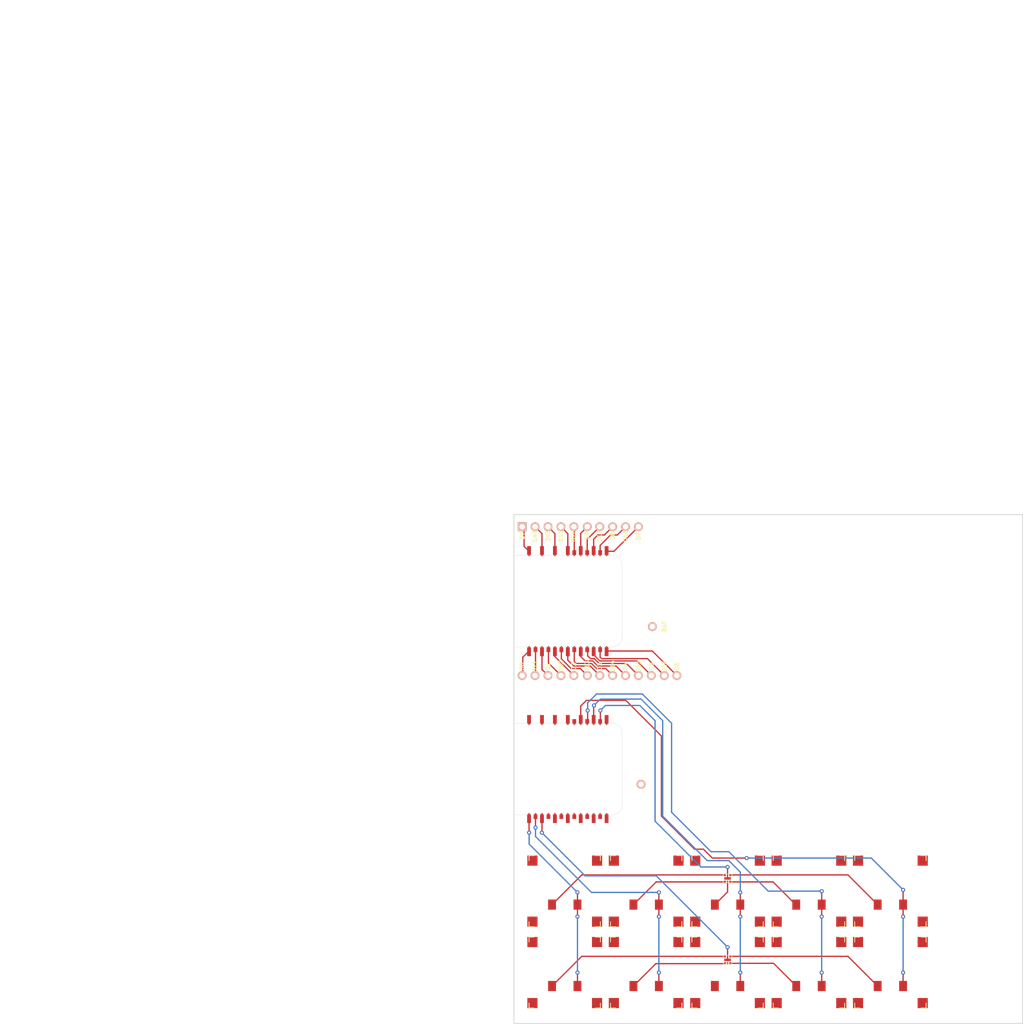
<source format=kicad_pcb>
(kicad_pcb (version 20241229) (generator "pcbnew") (generator_version "9.0")
  (title_block (title "utility_board") (rev "v1.0.0") (company "Unknown"))
  (layers (0 "F.Cu" signal) (2 "B.Cu" signal) (13 "F.Paste" user) (15 "B.Paste" user) (5 "F.SilkS" user) (7 "B.SilkS" user) (1 "F.Mask" user) (3 "B.Mask" user) (25 "Edge.Cuts" user))
  (net 0 "")
  (net 1 "P0.02")
  (net 2 "pinky_home")
  (net 3 "pinky_top")
  (net 4 "P0.15")
  (net 5 "ring_home")
  (net 6 "ring_top")
  (net 7 "P1.13")
  (net 8 "middle_home")
  (net 9 "middle_top")
  (net 10 "P1.05")
  (net 11 "index_home")
  (net 12 "index_top")
  (net 13 "P1.14")
  (net 14 "inner_home")
  (net 15 "inner_top")
  (net 16 "P0.03")
  (net 17 "P1.03")
  (net 18 "P0.28")
  (net 19 "P0.29")
  (net 20 "P0.04")
  (net 21 "P0.05")
  (net 22 "P1.11")
  (net 23 "P1.12")
  (net 24 "P1.15")
  (net 25 "3V3")
  (net 26 "GND")
  (net 27 "5V")
  (net 28 "P0.19")
  (net 29 "P1.01")
  (net 30 "P0.09")
  (net 31 "P0.10")
  (net 32 "P0.31")
  (net 33 "P1.07")
  (net 34 "BAT+")
  (net 35 "D0_a")
  (net 36 "D1_a")
  (net 37 "D2_a")
  (net 38 "D3_a")
  (net 39 "D4_a")
  (net 40 "D5_a")
  (net 41 "D6_a")
  (net 42 "D7_a")
  (net 43 "D8_a")
  (net 44 "D9_a")
  (net 45 "D10_a")
  (net 46 "3V3_a")
  (net 47 "GND_a")
  (net 48 "5V_a")
  (net 49 "D11_a")
  (net 50 "D12_a")
  (net 51 "D13_a")
  (net 52 "D14_a")
  (net 53 "D15_a")
  (net 54 "D16_a")
  (net 55 "D17_a")
  (net 56 "D18_a")
  (net 57 "D19_a")
  (net 58 "BAT_a")
  (footprint "PG1316S" (layer "F.Cu") (at 142 190)
    (property "Reference" "S5" (hide yes))
    (property "Value" "" (hide yes))
    (pad "1" smd rect (at -2.5 2.65) (size 1.55 2) (layers "F.Cu" "F.Mask" "F.Paste") (net 8 "middle_home"))
    (pad "2" smd rect (at 2.5 2.65) (size 1.55 2) (layers "F.Cu" "F.Mask" "F.Paste") (net 7 "P1.13"))
    (pad "MP" smd rect (at -6.35 -6) (size 2 2) (layers "F.Cu" "F.Mask" "F.Paste"))
    (pad "MP" smd rect (at -6.35 6) (size 2 2) (layers "F.Cu" "F.Mask" "F.Paste"))
    (pad "MP" smd rect (at 6.35 -6) (size 2 2) (layers "F.Cu" "F.Mask" "F.Paste"))
    (pad "MP" smd rect (at 6.35 6) (size 2 2) (layers "F.Cu" "F.Mask" "F.Paste"))
  )
  (footprint "PG1316S" (layer "F.Cu") (at 158 190)
    (property "Reference" "S7" (hide yes))
    (property "Value" "" (hide yes))
    (pad "1" smd rect (at -2.5 2.65) (size 1.55 2) (layers "F.Cu" "F.Mask" "F.Paste") (net 11 "index_home"))
    (pad "2" smd rect (at 2.5 2.65) (size 1.55 2) (layers "F.Cu" "F.Mask" "F.Paste") (net 10 "P1.05"))
    (pad "MP" smd rect (at -6.35 -6) (size 2 2) (layers "F.Cu" "F.Mask" "F.Paste"))
    (pad "MP" smd rect (at -6.35 6) (size 2 2) (layers "F.Cu" "F.Mask" "F.Paste"))
    (pad "MP" smd rect (at 6.35 -6) (size 2 2) (layers "F.Cu" "F.Mask" "F.Paste"))
    (pad "MP" smd rect (at 6.35 6) (size 2 2) (layers "F.Cu" "F.Mask" "F.Paste"))
  )
  (footprint "PG1316S" (layer "F.Cu") (at 174 174)
    (property "Reference" "S10" (hide yes))
    (property "Value" "" (hide yes))
    (pad "1" smd rect (at -2.5 2.65) (size 1.55 2) (layers "F.Cu" "F.Mask" "F.Paste") (net 15 "inner_top"))
    (pad "2" smd rect (at 2.5 2.65) (size 1.55 2) (layers "F.Cu" "F.Mask" "F.Paste") (net 13 "P1.14"))
    (pad "MP" smd rect (at -6.35 -6) (size 2 2) (layers "F.Cu" "F.Mask" "F.Paste"))
    (pad "MP" smd rect (at -6.35 6) (size 2 2) (layers "F.Cu" "F.Mask" "F.Paste"))
    (pad "MP" smd rect (at 6.35 -6) (size 2 2) (layers "F.Cu" "F.Mask" "F.Paste"))
    (pad "MP" smd rect (at 6.35 6) (size 2 2) (layers "F.Cu" "F.Mask" "F.Paste"))
  )
  (footprint "D_MMBD4148PLM" (layer "F.Cu") (at 142 187.5 180)
    (property "Reference" "D1" (hide yes))
    (property "Value" "")
    (pad "1" smd roundrect (at -0.5 -0.6875) (size 0.3 0.525) (layers "F.Cu" "F.Mask" "F.Paste") (roundrect_rratio 0.15) (net 11 "index_home"))
    (pad "2" smd roundrect (at 0 -0.6875) (size 0.3 0.525) (layers "F.Cu" "F.Mask" "F.Paste") (roundrect_rratio 0.15) (net 8 "middle_home"))
    (pad "3" smd roundrect (at 0.5 -0.6875) (size 0.3 0.525) (layers "F.Cu" "F.Mask" "F.Paste") (roundrect_rratio 0.15) (net 5 "ring_home"))
    (pad "4" smd roundrect (at -0.5 0.6875) (size 0.3 0.525) (layers "F.Cu" "F.Mask" "F.Paste") (roundrect_rratio 0.15) (net 14 "inner_home"))
    (pad "5" smd roundrect (at 0.5 0.6875) (size 0.3 0.525) (layers "F.Cu" "F.Mask" "F.Paste") (roundrect_rratio 0.15) (net 2 "pinky_home"))
    (pad "6" smd roundrect (at 0 0) (size 1.3 0.5) (layers "F.Cu" "F.Mask" "F.Paste") (roundrect_rratio 0.15) (net 16 "P0.03"))
  )
  (footprint "xiao_plus_cutout" (layer "F.Cu") (at 110.6 117 90)
    (property "Reference" "J2" (hide yes))
    (property "Value" "")
    (fp_line (start 8.99 -10.4675) (end 8.99 8.7625) (stroke (width 0.05)) (layer "Edge.Cuts"))
    (fp_line (start -8.99 8.7625) (end -8.99 -10.6675) (stroke (width 0.05)) (layer "Edge.Cuts"))
    (fp_line (start 7.085 10.6675) (end -7.085 10.6675) (stroke (width 0.05)) (layer "Edge.Cuts"))
    (fp_arc (start 8.99 8.7625) (mid 8.432038 10.109539) (end 7.084999 10.667501) (stroke (width 0.05)) (layer "Edge.Cuts"))
    (fp_arc (start -7.085 10.6675) (mid -8.432037 10.109539) (end -8.989999 8.762502) (stroke (width 0.05)) (layer "Edge.Cuts"))
    (pad "1" smd roundrect (at -9.8 -7.6165 270) (size 2.032 0.75) (layers "F.Cu" "F.Mask" "F.Paste") (roundrect_rratio 0.1) (chamfer_ratio 0.5) (chamfer top_left bottom_left) (net 35 "D0_a"))
    (pad "2" smd roundrect (at -9.8 -5.0765 270) (size 2.032 0.75) (layers "F.Cu" "F.Mask" "F.Paste") (roundrect_rratio 0.1) (chamfer_ratio 0.5) (chamfer top_left bottom_left) (net 36 "D1_a"))
    (pad "3" smd roundrect (at -9.8 -2.5365 270) (size 2.032 0.75) (layers "F.Cu" "F.Mask" "F.Paste") (roundrect_rratio 0.1) (chamfer_ratio 0.5) (chamfer top_left bottom_left) (net 37 "D2_a"))
    (pad "4" smd roundrect (at -9.8 0.0035 270) (size 2.032 0.75) (layers "F.Cu" "F.Mask" "F.Paste") (roundrect_rratio 0.1) (chamfer_ratio 0.5) (chamfer top_left bottom_left) (net 38 "D3_a"))
    (pad "5" smd roundrect (at -9.8 2.5435 270) (size 2.032 0.75) (layers "F.Cu" "F.Mask" "F.Paste") (roundrect_rratio 0.1) (chamfer_ratio 0.5) (chamfer top_left bottom_left) (net 39 "D4_a"))
    (pad "6" smd roundrect (at -9.8 5.0835 270) (size 2.032 0.75) (layers "F.Cu" "F.Mask" "F.Paste") (roundrect_rratio 0.1) (chamfer_ratio 0.5) (chamfer top_left bottom_left) (net 40 "D5_a"))
    (pad "7" smd roundrect (at -9.8 7.6235 270) (size 2.032 0.75) (layers "F.Cu" "F.Mask" "F.Paste") (roundrect_rratio 0.1) (chamfer_ratio 0.5) (chamfer top_left bottom_left) (net 41 "D6_a"))
    (pad "8" smd roundrect (at 9.8 7.6235 90) (size 2.032 0.75) (layers "F.Cu" "F.Mask" "F.Paste") (roundrect_rratio 0.1) (chamfer_ratio 0.5) (chamfer top_left bottom_left) (net 42 "D7_a"))
    (pad "9" smd roundrect (at 9.8 5.0835 90) (size 2.032 0.75) (layers "F.Cu" "F.Mask" "F.Paste") (roundrect_rratio 0.1) (chamfer_ratio 0.5) (chamfer top_left bottom_left) (net 43 "D8_a"))
    (pad "10" smd roundrect (at 9.8 2.5435 90) (size 2.032 0.75) (layers "F.Cu" "F.Mask" "F.Paste") (roundrect_rratio 0.1) (chamfer_ratio 0.5) (chamfer top_left bottom_left) (net 44 "D9_a"))
    (pad "11" smd roundrect (at 9.8 0.0035 90) (size 2.032 0.75) (layers "F.Cu" "F.Mask" "F.Paste") (roundrect_rratio 0.1) (chamfer_ratio 0.5) (chamfer top_left bottom_left) (net 45 "D10_a"))
    (pad "12" smd roundrect (at 9.8 -2.5365 90) (size 2.032 0.75) (layers "F.Cu" "F.Mask" "F.Paste") (roundrect_rratio 0.1) (chamfer_ratio 0.5) (chamfer top_left bottom_left) (net 46 "3V3_a"))
    (pad "13" smd roundrect (at 9.8 -5.0765 90) (size 2.032 0.75) (layers "F.Cu" "F.Mask" "F.Paste") (roundrect_rratio 0.1) (chamfer_ratio 0.5) (chamfer top_left bottom_left) (net 47 "GND_a"))
    (pad "14" smd roundrect (at 9.8 -7.6165 90) (size 2.032 0.75) (layers "F.Cu" "F.Mask" "F.Paste") (roundrect_rratio 0.1) (chamfer_ratio 0.5) (chamfer top_left bottom_left) (net 48 "5V_a"))
    (pad "15" smd roundrect (at -9.4 -6.3465 270) (size 1.232 0.75) (layers "F.Cu" "F.Mask" "F.Paste") (roundrect_rratio 0.1) (chamfer_ratio 0.5) (chamfer top_left bottom_left) (net 49 "D11_a"))
    (pad "16" smd roundrect (at -9.4 -3.8065 270) (size 1.232 0.75) (layers "F.Cu" "F.Mask" "F.Paste") (roundrect_rratio 0.1) (chamfer_ratio 0.5) (chamfer top_left bottom_left) (net 50 "D12_a"))
    (pad "17" smd roundrect (at -9.4 -1.2665 270) (size 1.232 0.75) (layers "F.Cu" "F.Mask" "F.Paste") (roundrect_rratio 0.1) (chamfer_ratio 0.5) (chamfer top_left bottom_left) (net 51 "D13_a"))
    (pad "18" smd roundrect (at -9.4 1.2735 270) (size 1.232 0.75) (layers "F.Cu" "F.Mask" "F.Paste") (roundrect_rratio 0.1) (chamfer_ratio 0.5) (chamfer top_left bottom_left) (net 52 "D14_a"))
    (pad "19" smd roundrect (at -9.4 3.8135 270) (size 1.232 0.75) (layers "F.Cu" "F.Mask" "F.Paste") (roundrect_rratio 0.1) (chamfer_ratio 0.5) (chamfer top_left bottom_left) (net 53 "D15_a"))
    (pad "20" smd roundrect (at -9.4 6.3535 270) (size 1.232 0.75) (layers "F.Cu" "F.Mask" "F.Paste") (roundrect_rratio 0.1) (chamfer_ratio 0.5) (chamfer top_left bottom_left) (net 54 "D16_a"))
    (pad "21" smd roundrect (at 9.4 6.3535 90) (size 1.232 0.75) (layers "F.Cu" "F.Mask" "F.Paste") (roundrect_rratio 0.1) (chamfer_ratio 0.5) (chamfer top_left bottom_left) (net 55 "D17_a"))
    (pad "22" smd roundrect (at 9.4 3.8135 90) (size 1.232 0.75) (layers "F.Cu" "F.Mask" "F.Paste") (roundrect_rratio 0.1) (chamfer_ratio 0.5) (chamfer top_left bottom_left) (net 56 "D18_a"))
    (pad "23" smd roundrect (at 9.4 1.2735 90) (size 1.232 0.75) (layers "F.Cu" "F.Mask" "F.Paste") (roundrect_rratio 0.1) (chamfer_ratio 0.5) (chamfer top_left bottom_left) (net 57 "D19_a"))
  )
  (footprint "PG1316S" (layer "F.Cu") (at 126 190)
    (property "Reference" "S3" (hide yes))
    (property "Value" "" (hide yes))
    (pad "1" smd rect (at -2.5 2.65) (size 1.55 2) (layers "F.Cu" "F.Mask" "F.Paste") (net 5 "ring_home"))
    (pad "2" smd rect (at 2.5 2.65) (size 1.55 2) (layers "F.Cu" "F.Mask" "F.Paste") (net 4 "P0.15"))
    (pad "MP" smd rect (at -6.35 -6) (size 2 2) (layers "F.Cu" "F.Mask" "F.Paste"))
    (pad "MP" smd rect (at -6.35 6) (size 2 2) (layers "F.Cu" "F.Mask" "F.Paste"))
    (pad "MP" smd rect (at 6.35 -6) (size 2 2) (layers "F.Cu" "F.Mask" "F.Paste"))
    (pad "MP" smd rect (at 6.35 6) (size 2 2) (layers "F.Cu" "F.Mask" "F.Paste"))
  )
  (footprint "PG1316S" (layer "F.Cu") (at 110 174)
    (property "Reference" "S2" (hide yes))
    (property "Value" "" (hide yes))
    (pad "1" smd rect (at -2.5 2.65) (size 1.55 2) (layers "F.Cu" "F.Mask" "F.Paste") (net 3 "pinky_top"))
    (pad "2" smd rect (at 2.5 2.65) (size 1.55 2) (layers "F.Cu" "F.Mask" "F.Paste") (net 1 "P0.02"))
    (pad "MP" smd rect (at -6.35 -6) (size 2 2) (layers "F.Cu" "F.Mask" "F.Paste"))
    (pad "MP" smd rect (at -6.35 6) (size 2 2) (layers "F.Cu" "F.Mask" "F.Paste"))
    (pad "MP" smd rect (at 6.35 -6) (size 2 2) (layers "F.Cu" "F.Mask" "F.Paste"))
    (pad "MP" smd rect (at 6.35 6) (size 2 2) (layers "F.Cu" "F.Mask" "F.Paste"))
  )
  (footprint "PG1316S" (layer "F.Cu") (at 174 190)
    (property "Reference" "S9" (hide yes))
    (property "Value" "" (hide yes))
    (pad "1" smd rect (at -2.5 2.65) (size 1.55 2) (layers "F.Cu" "F.Mask" "F.Paste") (net 14 "inner_home"))
    (pad "2" smd rect (at 2.5 2.65) (size 1.55 2) (layers "F.Cu" "F.Mask" "F.Paste") (net 13 "P1.14"))
    (pad "MP" smd rect (at -6.35 -6) (size 2 2) (layers "F.Cu" "F.Mask" "F.Paste"))
    (pad "MP" smd rect (at -6.35 6) (size 2 2) (layers "F.Cu" "F.Mask" "F.Paste"))
    (pad "MP" smd rect (at 6.35 -6) (size 2 2) (layers "F.Cu" "F.Mask" "F.Paste"))
    (pad "MP" smd rect (at 6.35 6) (size 2 2) (layers "F.Cu" "F.Mask" "F.Paste"))
  )
  (footprint "PG1316S" (layer "F.Cu") (at 110 190)
    (property "Reference" "S1" (hide yes))
    (property "Value" "" (hide yes))
    (pad "1" smd rect (at -2.5 2.65) (size 1.55 2) (layers "F.Cu" "F.Mask" "F.Paste") (net 2 "pinky_home"))
    (pad "2" smd rect (at 2.5 2.65) (size 1.55 2) (layers "F.Cu" "F.Mask" "F.Paste") (net 1 "P0.02"))
    (pad "MP" smd rect (at -6.35 -6) (size 2 2) (layers "F.Cu" "F.Mask" "F.Paste"))
    (pad "MP" smd rect (at -6.35 6) (size 2 2) (layers "F.Cu" "F.Mask" "F.Paste"))
    (pad "MP" smd rect (at 6.35 -6) (size 2 2) (layers "F.Cu" "F.Mask" "F.Paste"))
    (pad "MP" smd rect (at 6.35 6) (size 2 2) (layers "F.Cu" "F.Mask" "F.Paste"))
  )
  (footprint "D_MMBD4148PLM" (layer "F.Cu") (at 142 171.5 180)
    (property "Reference" "D2" (hide yes))
    (property "Value" "")
    (pad "1" smd roundrect (at -0.5 -0.6875) (size 0.3 0.525) (layers "F.Cu" "F.Mask" "F.Paste") (roundrect_rratio 0.15) (net 12 "index_top"))
    (pad "2" smd roundrect (at 0 -0.6875) (size 0.3 0.525) (layers "F.Cu" "F.Mask" "F.Paste") (roundrect_rratio 0.15) (net 9 "middle_top"))
    (pad "3" smd roundrect (at 0.5 -0.6875) (size 0.3 0.525) (layers "F.Cu" "F.Mask" "F.Paste") (roundrect_rratio 0.15) (net 6 "ring_top"))
    (pad "4" smd roundrect (at -0.5 0.6875) (size 0.3 0.525) (layers "F.Cu" "F.Mask" "F.Paste") (roundrect_rratio 0.15) (net 15 "inner_top"))
    (pad "5" smd roundrect (at 0.5 0.6875) (size 0.3 0.525) (layers "F.Cu" "F.Mask" "F.Paste") (roundrect_rratio 0.15) (net 3 "pinky_top"))
    (pad "6" smd roundrect (at 0 0) (size 1.3 0.5) (layers "F.Cu" "F.Mask" "F.Paste") (roundrect_rratio 0.15) (net 17 "P1.03"))
  )
  (footprint "XIAO_Breakout_Holes" (layer "F.Cu") (at 110.6 117)
    (property "Reference" "MCU1" (hide yes))
    (property "Value" "" (hide yes))
    (fp_text user "D20" (at 1.19 -12.8 90) (layer "F.SilkS") (effects (font (size 0.8 0.8))))
    (fp_text user "D14" (at 8.81 12.8 90) (layer "F.SilkS") (effects (font (size 0.8 0.8))))
    (fp_text user "D5" (at 16.43 12.8 90) (layer "F.SilkS") (effects (font (size 0.8 0.8))))
    (fp_text user "D11" (at -6.43 12.8 90) (layer "F.SilkS") (effects (font (size 0.8 0.8))))
    (fp_text user "D4" (at 11.35 12.8 90) (layer "F.SilkS") (effects (font (size 0.8 0.8))))
    (fp_text user "D10" (at -1.35 -12.8 90) (layer "F.SilkS") (effects (font (size 0.8 0.8))))
    (fp_text user "D1" (at -3.89 12.8 90) (layer "F.SilkS") (effects (font (size 0.8 0.8))))
    (fp_text user "D16" (at 18.97 12.8 90) (layer "F.SilkS") (effects (font (size 0.8 0.8))))
    (fp_text user "D7" (at 13.89 -12.8 90) (layer "F.SilkS") (effects (font (size 0.8 0.8))))
    (fp_text user "D15" (at 13.89 12.8 90) (layer "F.SilkS") (effects (font (size 0.8 0.8))))
    (fp_text user "D8" (at 8.81 -12.8 90) (layer "F.SilkS") (effects (font (size 0.8 0.8))))
    (fp_text user "GND" (at -6.43 -12.8 90) (layer "F.SilkS") (effects (font (size 0.8 0.8))))
    (fp_text user "D6" (at 21.43 12.8 90) (layer "F.SilkS") (effects (font (size 0.8 0.8))))
    (fp_text user "3V3" (at -3.89 -12.8 90) (layer "F.SilkS") (effects (font (size 0.8 0.8))))
    (fp_text user "D3" (at 6.27 12.8 90) (layer "F.SilkS") (effects (font (size 0.8 0.8))))
    (fp_text user "D2" (at 1.19 12.8 90) (layer "F.SilkS") (effects (font (size 0.8 0.8))))
    (fp_text user "BAT" (at 18.97 5 90) (layer "F.SilkS") (effects (font (size 0.8 0.8))))
    (fp_text user "D13" (at 3.83 12.8 90) (layer "F.SilkS") (effects (font (size 0.8 0.8))))
    (fp_text user "D0" (at -8.97 12.8 90) (layer "F.SilkS") (effects (font (size 0.8 0.8))))
    (fp_text user "D12" (at -1.35 12.8 90) (layer "F.SilkS") (effects (font (size 0.8 0.8))))
    (fp_text user "D19" (at 6.27 -12.8 90) (layer "F.SilkS") (effects (font (size 0.8 0.8))))
    (fp_text user "D18" (at 11.35 -12.8 90) (layer "F.SilkS") (effects (font (size 0.8 0.8))))
    (fp_text user "D9" (at 3.83 -12.8 90) (layer "F.SilkS") (effects (font (size 0.8 0.8))))
    (fp_text user "5V" (at -8.97 -12.8 90) (layer "F.SilkS") (effects (font (size 0.8 0.8))))
    (pad "1" thru_hole circle (at -8.97 14.62) (size 1.7526 1.7526) (drill 1.0922) (layers "*.Cu" "*.SilkS" "*.Mask") (net 35 "D0_a"))
    (pad "2" thru_hole circle (at -3.89 14.62) (size 1.7526 1.7526) (drill 1.0922) (layers "*.Cu" "*.SilkS" "*.Mask") (net 36 "D1_a"))
    (pad "3" thru_hole circle (at 1.19 14.62) (size 1.7526 1.7526) (drill 1.0922) (layers "*.Cu" "*.SilkS" "*.Mask") (net 37 "D2_a"))
    (pad "4" thru_hole circle (at 6.27 14.62) (size 1.7526 1.7526) (drill 1.0922) (layers "*.Cu" "*.SilkS" "*.Mask") (net 38 "D3_a"))
    (pad "5" thru_hole circle (at 11.35 14.62) (size 1.7526 1.7526) (drill 1.0922) (layers "*.Cu" "*.SilkS" "*.Mask") (net 39 "D4_a"))
    (pad "6" thru_hole circle (at 16.43 14.62) (size 1.7526 1.7526) (drill 1.0922) (layers "*.Cu" "*.SilkS" "*.Mask") (net 40 "D5_a"))
    (pad "7" thru_hole circle (at 21.43 14.62) (size 1.7526 1.7526) (drill 1.0922) (layers "*.Cu" "*.SilkS" "*.Mask") (net 41 "D6_a"))
    (pad "8" thru_hole circle (at 13.89 -14.62) (size 1.7526 1.7526) (drill 1.0922) (layers "*.Cu" "*.SilkS" "*.Mask") (net 42 "D7_a"))
    (pad "9" thru_hole circle (at 8.81 -14.62) (size 1.7526 1.7526) (drill 1.0922) (layers "*.Cu" "*.SilkS" "*.Mask") (net 43 "D8_a"))
    (pad "10" thru_hole circle (at 3.83 -14.62) (size 1.7526 1.7526) (drill 1.0922) (layers "*.Cu" "*.SilkS" "*.Mask") (net 44 "D9_a"))
    (pad "11" thru_hole circle (at -1.35 -14.62) (size 1.7526 1.7526) (drill 1.0922) (layers "*.Cu" "*.SilkS" "*.Mask") (net 45 "D10_a"))
    (pad "12" thru_hole circle (at -3.89 -14.62) (size 1.7526 1.7526) (drill 1.0922) (layers "*.Cu" "*.SilkS" "*.Mask") (net 46 "3V3_a"))
    (pad "13" thru_hole circle (at -6.43 -14.62) (size 1.7526 1.7526) (drill 1.0922) (layers "*.Cu" "*.SilkS" "*.Mask") (net 47 "GND_a"))
    (pad "14" thru_hole rect (at -8.97 -14.62) (size 1.7526 1.7526) (drill 1.0922) (layers "*.Cu" "*.SilkS" "*.Mask") (net 48 "5V_a"))
    (pad "15" thru_hole circle (at -6.43 14.62) (size 1.7526 1.7526) (drill 1.0922) (layers "*.Cu" "*.SilkS" "*.Mask") (net 49 "D11_a"))
    (pad "16" thru_hole circle (at -1.35 14.62) (size 1.7526 1.7526) (drill 1.0922) (layers "*.Cu" "*.SilkS" "*.Mask") (net 50 "D12_a"))
    (pad "17" thru_hole circle (at 3.83 14.62) (size 1.7526 1.7526) (drill 1.0922) (layers "*.Cu" "*.SilkS" "*.Mask") (net 51 "D13_a"))
    (pad "18" thru_hole circle (at 8.81 14.62) (size 1.7526 1.7526) (drill 1.0922) (layers "*.Cu" "*.SilkS" "*.Mask") (net 52 "D14_a"))
    (pad "19" thru_hole circle (at 13.89 14.62) (size 1.7526 1.7526) (drill 1.0922) (layers "*.Cu" "*.SilkS" "*.Mask") (net 53 "D15_a"))
    (pad "20" thru_hole circle (at 18.97 14.62) (size 1.7526 1.7526) (drill 1.0922) (layers "*.Cu" "*.SilkS" "*.Mask") (net 54 "D16_a"))
    (pad "21" thru_hole circle (at 11.35 -14.62) (size 1.7526 1.7526) (drill 1.0922) (layers "*.Cu" "*.SilkS" "*.Mask") (net 55 "D17_a"))
    (pad "22" thru_hole circle (at 6.27 -14.62) (size 1.7526 1.7526) (drill 1.0922) (layers "*.Cu" "*.SilkS" "*.Mask") (net 56 "D18_a"))
    (pad "23" thru_hole circle (at 1.19 -14.62) (size 1.7526 1.7526) (drill 1.0922) (layers "*.Cu" "*.SilkS" "*.Mask") (net 57 "D19_a"))
    (pad "28" thru_hole circle (at 16.62 5) (size 1.7526 1.7526) (drill 1.0922) (layers "*.Cu" "*.SilkS" "*.Mask") (net 58 "BAT_a"))
  )
  (footprint "xiao_plus_cutout" (layer "F.Cu") (at 110.6 150 90)
    (property "Reference" "J1" (hide yes))
    (property "Value" "")
    (fp_line (start 8.99 -7.8665) (end 8.99 -10.6675) (stroke (width 0.05)) (layer "Edge.Cuts"))
    (fp_line (start -8.99 -7.8665) (end -8.99 -10.6675) (stroke (width 0.05)) (layer "Edge.Cuts"))
    (fp_line (start -8.99 -6.5965) (end -8.99 -7.3665) (stroke (width 0.05)) (layer "Edge.Cuts"))
    (fp_line (start 8.99 -5.3265) (end 8.99 -7.3665) (stroke (width 0.05)) (layer "Edge.Cuts"))
    (fp_line (start -8.99 -5.3265) (end -8.99 -6.0965) (stroke (width 0.05)) (layer "Edge.Cuts"))
    (fp_line (start -8.99 -4.0565) (end -8.99 -4.8265) (stroke (width 0.05)) (layer "Edge.Cuts"))
    (fp_line (start 8.99 -2.7865) (end 8.99 -4.8265) (stroke (width 0.05)) (layer "Edge.Cuts"))
    (fp_line (start -8.99 -2.7865) (end -8.99 -3.5565) (stroke (width 0.05)) (layer "Edge.Cuts"))
    (fp_line (start -8.99 -1.5165) (end -8.99 -2.2865) (stroke (width 0.05)) (layer "Edge.Cuts"))
    (fp_line (start 8.99 -0.2465) (end 8.99 -2.2865) (stroke (width 0.05)) (layer "Edge.Cuts"))
    (fp_line (start -8.99 -0.2435) (end -8.99 -1.0165) (stroke (width 0.05)) (layer "Edge.Cuts"))
    (fp_line (start 8.99 1.0235) (end 8.99 0.2535) (stroke (width 0.05)) (layer "Edge.Cuts"))
    (fp_line (start -8.99 1.0235) (end -8.99 0.2535) (stroke (width 0.05)) (layer "Edge.Cuts"))
    (fp_line (start 8.99 2.2935) (end 8.99 1.5235) (stroke (width 0.05)) (layer "Edge.Cuts"))
    (fp_line (start -8.99 2.2935) (end -8.99 1.5235) (stroke (width 0.05)) (layer "Edge.Cuts"))
    (fp_line (start 8.99 3.5635) (end 8.99 2.7935) (stroke (width 0.05)) (layer "Edge.Cuts"))
    (fp_line (start -8.99 3.5635) (end -8.99 2.7935) (stroke (width 0.05)) (layer "Edge.Cuts"))
    (fp_line (start 8.99 4.8335) (end 8.99 4.0635) (stroke (width 0.05)) (layer "Edge.Cuts"))
    (fp_line (start -8.99 4.8335) (end -8.99 4.0635) (stroke (width 0.05)) (layer "Edge.Cuts"))
    (fp_line (start 8.99 6.1035) (end 8.99 5.3335) (stroke (width 0.05)) (layer "Edge.Cuts"))
    (fp_line (start -8.99 6.1035) (end -8.99 5.3335) (stroke (width 0.05)) (layer "Edge.Cuts"))
    (fp_line (start 8.99 7.3735) (end 8.99 6.6035) (stroke (width 0.05)) (layer "Edge.Cuts"))
    (fp_line (start -8.99 7.3735) (end -8.99 6.6035) (stroke (width 0.05)) (layer "Edge.Cuts"))
    (fp_line (start 8.99 8.7625) (end 8.99 7.8735) (stroke (width 0.05)) (layer "Edge.Cuts"))
    (fp_line (start -8.99 8.7625) (end -8.99 7.8735) (stroke (width 0.05)) (layer "Edge.Cuts"))
    (fp_line (start 7.085 10.6675) (end -7.085 10.6675) (stroke (width 0.05)) (layer "Edge.Cuts"))
    (fp_arc (start -8.99 -7.8665) (mid -8.74 -7.6165) (end -8.99 -7.3665) (stroke (width 0.05)) (layer "Edge.Cuts"))
    (fp_arc (start 8.99 -7.3665) (mid 8.74 -7.6165) (end 8.99 -7.8665) (stroke (width 0.05)) (layer "Edge.Cuts"))
    (fp_arc (start -8.99 -6.5965) (mid -8.74 -6.3465) (end -8.99 -6.0965) (stroke (width 0.05)) (layer "Edge.Cuts"))
    (fp_arc (start -8.99 -5.3265) (mid -8.74 -5.0765) (end -8.99 -4.8265) (stroke (width 0.05)) (layer "Edge.Cuts"))
    (fp_arc (start 8.99 -4.8265) (mid 8.74 -5.0765) (end 8.99 -5.3265) (stroke (width 0.05)) (layer "Edge.Cuts"))
    (fp_arc (start -8.99 -4.0565) (mid -8.74 -3.8065) (end -8.99 -3.5565) (stroke (width 0.05)) (layer "Edge.Cuts"))
    (fp_arc (start -8.99 -2.7865) (mid -8.74 -2.5365) (end -8.99 -2.2865) (stroke (width 0.05)) (layer "Edge.Cuts"))
    (fp_arc (start 8.99 -2.2865) (mid 8.74 -2.5365) (end 8.99 -2.7865) (stroke (width 0.05)) (layer "Edge.Cuts"))
    (fp_arc (start -8.99 -1.5165) (mid -8.74 -1.2665) (end -8.99 -1.0165) (stroke (width 0.05)) (layer "Edge.Cuts"))
    (fp_arc (start -8.99 -0.2465) (mid -8.74 0.0035) (end -8.99 0.2535) (stroke (width 0.05)) (layer "Edge.Cuts"))
    (fp_arc (start 8.99 0.2535) (mid 8.74 0.0035) (end 8.99 -0.2465) (stroke (width 0.05)) (layer "Edge.Cuts"))
    (fp_arc (start -8.99 1.0235) (mid -8.74 1.2735) (end -8.99 1.5235) (stroke (width 0.05)) (layer "Edge.Cuts"))
    (fp_arc (start 8.99 1.5235) (mid 8.74 1.2735) (end 8.99 1.0235) (stroke (width 0.05)) (layer "Edge.Cuts"))
    (fp_arc (start -8.99 2.2935) (mid -8.74 2.5435) (end -8.99 2.7935) (stroke (width 0.05)) (layer "Edge.Cuts"))
    (fp_arc (start 8.99 2.7935) (mid 8.74 2.5435) (end 8.99 2.2935) (stroke (width 0.05)) (layer "Edge.Cuts"))
    (fp_arc (start -8.99 3.5635) (mid -8.74 3.8135) (end -8.99 4.0635) (stroke (width 0.05)) (layer "Edge.Cuts"))
    (fp_arc (start 8.99 4.0635) (mid 8.74 3.8135) (end 8.99 3.5635) (stroke (width 0.05)) (layer "Edge.Cuts"))
    (fp_arc (start -8.99 4.8335) (mid -8.74 5.0835) (end -8.99 5.3335) (stroke (width 0.05)) (layer "Edge.Cuts"))
    (fp_arc (start 8.99 5.3335) (mid 8.74 5.0835) (end 8.99 4.8335) (stroke (width 0.05)) (layer "Edge.Cuts"))
    (fp_arc (start -8.99 6.1035) (mid -8.74 6.3535) (end -8.99 6.6035) (stroke (width 0.05)) (layer "Edge.Cuts"))
    (fp_arc (start 8.99 6.6035) (mid 8.74 6.3535) (end 8.99 6.1035) (stroke (width 0.05)) (layer "Edge.Cuts"))
    (fp_arc (start -8.99 7.3735) (mid -8.74 7.6235) (end -8.99 7.8735) (stroke (width 0.05)) (layer "Edge.Cuts"))
    (fp_arc (start 8.99 7.8735) (mid 8.74 7.6235) (end 8.99 7.3735) (stroke (width 0.05)) (layer "Edge.Cuts"))
    (fp_arc (start 8.99 8.7625) (mid 8.432038 10.109539) (end 7.084999 10.667501) (stroke (width 0.05)) (layer "Edge.Cuts"))
    (fp_arc (start -7.085 10.6675) (mid -8.432037 10.109539) (end -8.989999 8.762502) (stroke (width 0.05)) (layer "Edge.Cuts"))
    (pad "1" smd roundrect (at -9.6 -7.6165 270) (size 2.032 0.75) (layers "F.Cu" "F.Mask" "F.Paste") (roundrect_rratio 0.1) (chamfer_ratio 0.5) (chamfer top_left bottom_left) (net 1 "P0.02"))
    (pad "2" smd roundrect (at -9.6 -5.0765 270) (size 2.032 0.75) (layers "F.Cu" "F.Mask" "F.Paste") (roundrect_rratio 0.1) (chamfer_ratio 0.5) (chamfer top_left bottom_left) (net 16 "P0.03"))
    (pad "3" smd roundrect (at -9.6 -2.5365 270) (size 2.032 0.75) (layers "F.Cu" "F.Mask" "F.Paste") (roundrect_rratio 0.1) (chamfer_ratio 0.5) (chamfer top_left bottom_left) (net 18 "P0.28"))
    (pad "4" smd roundrect (at -9.6 0.0035 270) (size 2.032 0.75) (layers "F.Cu" "F.Mask" "F.Paste") (roundrect_rratio 0.1) (chamfer_ratio 0.5) (chamfer top_left bottom_left) (net 19 "P0.29"))
    (pad "5" smd roundrect (at -9.6 2.5435 270) (size 2.032 0.75) (layers "F.Cu" "F.Mask" "F.Paste") (roundrect_rratio 0.1) (chamfer_ratio 0.5) (chamfer top_left bottom_left) (net 20 "P0.04"))
    (pad "6" smd roundrect (at -9.6 5.0835 270) (size 2.032 0.75) (layers "F.Cu" "F.Mask" "F.Paste") (roundrect_rratio 0.1) (chamfer_ratio 0.5) (chamfer top_left bottom_left) (net 21 "P0.05"))
    (pad "7" smd roundrect (at -9.6 7.6235 270) (size 2.032 0.75) (layers "F.Cu" "F.Mask" "F.Paste") (roundrect_rratio 0.1) (chamfer_ratio 0.5) (chamfer top_left bottom_left) (net 22 "P1.11"))
    (pad "8" smd roundrect (at 9.6 7.6235 90) (size 2.032 0.75) (layers "F.Cu" "F.Mask" "F.Paste") (roundrect_rratio 0.1) (chamfer_ratio 0.5) (chamfer top_left bottom_left) (net 23 "P1.12"))
    (pad "9" smd roundrect (at 9.6 5.0835 90) (size 2.032 0.75) (layers "F.Cu" "F.Mask" "F.Paste") (roundrect_rratio 0.1) (chamfer_ratio 0.5) (chamfer top_left bottom_left) (net 7 "P1.13"))
    (pad "10" smd roundrect (at 9.6 2.5435 90) (size 2.032 0.75) (layers "F.Cu" "F.Mask" "F.Paste") (roundrect_rratio 0.1) (chamfer_ratio 0.5) (chamfer top_left bottom_left) (net 13 "P1.14"))
    (pad "11" smd roundrect (at 9.6 0.0035 90) (size 2.032 0.75) (layers "F.Cu" "F.Mask" "F.Paste") (roundrect_rratio 0.1) (chamfer_ratio 0.5) (chamfer top_left bottom_left) (net 24 "P1.15"))
    (pad "12" smd roundrect (at 9.6 -2.5365 90) (size 2.032 0.75) (layers "F.Cu" "F.Mask" "F.Paste") (roundrect_rratio 0.1) (chamfer_ratio 0.5) (chamfer top_left bottom_left) (net 25 "3V3"))
    (pad "13" smd roundrect (at 9.6 -5.0765 90) (size 2.032 0.75) (layers "F.Cu" "F.Mask" "F.Paste") (roundrect_rratio 0.1) (chamfer_ratio 0.5) (chamfer top_left bottom_left) (net 26 "GND"))
    (pad "14" smd roundrect (at 9.6 -7.6165 90) (size 2.032 0.75) (layers "F.Cu" "F.Mask" "F.Paste") (roundrect_rratio 0.1) (chamfer_ratio 0.5) (chamfer top_left bottom_left) (net 27 "5V"))
    (pad "15" smd roundrect (at -9.2 -6.3465 270) (size 1.232 0.75) (layers "F.Cu" "F.Mask" "F.Paste") (roundrect_rratio 0.1) (chamfer_ratio 0.5) (chamfer top_left bottom_left) (net 4 "P0.15"))
    (pad "16" smd roundrect (at -9.2 -3.8065 270) (size 1.232 0.75) (layers "F.Cu" "F.Mask" "F.Paste") (roundrect_rratio 0.1) (chamfer_ratio 0.5) (chamfer top_left bottom_left) (net 28 "P0.19"))
    (pad "17" smd roundrect (at -9.2 -1.2665 270) (size 1.232 0.75) (layers "F.Cu" "F.Mask" "F.Paste") (roundrect_rratio 0.1) (chamfer_ratio 0.5) (chamfer top_left bottom_left) (net 29 "P1.01"))
    (pad "18" smd roundrect (at -9.2 1.2735 270) (size 1.232 0.75) (layers "F.Cu" "F.Mask" "F.Paste") (roundrect_rratio 0.1) (chamfer_ratio 0.5) (chamfer top_left bottom_left) (net 30 "P0.09"))
    (pad "19" smd roundrect (at -9.2 3.8135 270) (size 1.232 0.75) (layers "F.Cu" "F.Mask" "F.Paste") (roundrect_rratio 0.1) (chamfer_ratio 0.5) (chamfer top_left bottom_left) (net 31 "P0.10"))
    (pad "20" smd roundrect (at -9.2 6.3535 270) (size 1.232 0.75) (layers "F.Cu" "F.Mask" "F.Paste") (roundrect_rratio 0.1) (chamfer_ratio 0.5) (chamfer top_left bottom_left) (net 32 "P0.31"))
    (pad "21" smd roundrect (at 9.2 6.3535 90) (size 1.232 0.75) (layers "F.Cu" "F.Mask" "F.Paste") (roundrect_rratio 0.1) (chamfer_ratio 0.5) (chamfer top_left bottom_left) (net 17 "P1.03"))
    (pad "22" smd roundrect (at 9.2 3.8135 90) (size 1.232 0.75) (layers "F.Cu" "F.Mask" "F.Paste") (roundrect_rratio 0.1) (chamfer_ratio 0.5) (chamfer top_left bottom_left) (net 10 "P1.05"))
    (pad "23" smd roundrect (at 9.2 1.2735 90) (size 1.232 0.75) (layers "F.Cu" "F.Mask" "F.Paste") (roundrect_rratio 0.1) (chamfer_ratio 0.5) (chamfer top_left bottom_left) (net 33 "P1.07"))
  )
  (footprint "" (layer "F.Cu") (at 125 153)
    (property "Reference" "" (at 0 0 0) (layer "F.SilkS") (effects (font (size 1.27 1.27))))
    (property "Value" "")
    (pad "28" thru_hole circle (at 0 0) (size 1.7526 1.7526) (drill 1.0922) (layers "*.Cu" "*.SilkS" "*.Mask") (net 34 "BAT+"))
  )
  (footprint "PG1316S" (layer "F.Cu") (at 142 174)
    (property "Reference" "S6" (hide yes))
    (property "Value" "" (hide yes))
    (pad "1" smd rect (at -2.5 2.65) (size 1.55 2) (layers "F.Cu" "F.Mask" "F.Paste") (net 9 "middle_top"))
    (pad "2" smd rect (at 2.5 2.65) (size 1.55 2) (layers "F.Cu" "F.Mask" "F.Paste") (net 7 "P1.13"))
    (pad "MP" smd rect (at -6.35 -6) (size 2 2) (layers "F.Cu" "F.Mask" "F.Paste"))
    (pad "MP" smd rect (at -6.35 6) (size 2 2) (layers "F.Cu" "F.Mask" "F.Paste"))
    (pad "MP" smd rect (at 6.35 -6) (size 2 2) (layers "F.Cu" "F.Mask" "F.Paste"))
    (pad "MP" smd rect (at 6.35 6) (size 2 2) (layers "F.Cu" "F.Mask" "F.Paste"))
  )
  (footprint "PG1316S" (layer "F.Cu") (at 126 174)
    (property "Reference" "S4" (hide yes))
    (property "Value" "" (hide yes))
    (pad "1" smd rect (at -2.5 2.65) (size 1.55 2) (layers "F.Cu" "F.Mask" "F.Paste") (net 6 "ring_top"))
    (pad "2" smd rect (at 2.5 2.65) (size 1.55 2) (layers "F.Cu" "F.Mask" "F.Paste") (net 4 "P0.15"))
    (pad "MP" smd rect (at -6.35 -6) (size 2 2) (layers "F.Cu" "F.Mask" "F.Paste"))
    (pad "MP" smd rect (at -6.35 6) (size 2 2) (layers "F.Cu" "F.Mask" "F.Paste"))
    (pad "MP" smd rect (at 6.35 -6) (size 2 2) (layers "F.Cu" "F.Mask" "F.Paste"))
    (pad "MP" smd rect (at 6.35 6) (size 2 2) (layers "F.Cu" "F.Mask" "F.Paste"))
  )
  (footprint "PG1316S" (layer "F.Cu") (at 158 174)
    (property "Reference" "S8" (hide yes))
    (property "Value" "" (hide yes))
    (pad "1" smd rect (at -2.5 2.65) (size 1.55 2) (layers "F.Cu" "F.Mask" "F.Paste") (net 12 "index_top"))
    (pad "2" smd rect (at 2.5 2.65) (size 1.55 2) (layers "F.Cu" "F.Mask" "F.Paste") (net 10 "P1.05"))
    (pad "MP" smd rect (at -6.35 -6) (size 2 2) (layers "F.Cu" "F.Mask" "F.Paste"))
    (pad "MP" smd rect (at -6.35 6) (size 2 2) (layers "F.Cu" "F.Mask" "F.Paste"))
    (pad "MP" smd rect (at 6.35 -6) (size 2 2) (layers "F.Cu" "F.Mask" "F.Paste"))
    (pad "MP" smd rect (at 6.35 6) (size 2 2) (layers "F.Cu" "F.Mask" "F.Paste"))
  )
  (gr_line (start 100 100) (end 200 100) (stroke (width 0.15)) (layer "Edge.Cuts"))
  (gr_line (start 100 200) (end 100 100) (stroke (width 0.15)) (layer "Edge.Cuts"))
  (gr_line (start 200 200) (end 100 200) (stroke (width 0.15)) (layer "Edge.Cuts"))
  (gr_line (start 200 100) (end 200 200) (stroke (width 0.15)) (layer "Edge.Cuts"))
  (segment (start 112.5 176.65) (end 112.5 179) (width 0.25) (layer "F.Cu") (net 1))
  (segment (start 112.5 176.65) (end 112.5 174.25) (width 0.25) (layer "F.Cu") (net 1))
  (segment (start 102.9835 162.4835) (end 102.9835 159.6) (width 0.25) (layer "F.Cu") (net 1))
  (segment (start 103 162.5) (end 102.9835 162.4835) (width 0.25) (layer "F.Cu") (net 1))
  (segment (start 112.5 190) (end 112.5 192.65) (width 0.25) (layer "F.Cu") (net 1))
  (via (at 112.5 179) (size 0.8) (drill 0.4) (layers "F.Cu" "B.Cu") (net 1))
  (via (at 112.5 174.25) (size 0.8) (drill 0.4) (layers "F.Cu" "B.Cu") (net 1))
  (via (at 103 162.5) (size 0.8) (drill 0.4) (layers "F.Cu" "B.Cu") (net 1))
  (via (at 112.5 190) (size 0.8) (drill 0.4) (layers "F.Cu" "B.Cu") (net 1))
  (segment (start 112.5 174.25) (end 103 164.75) (width 0.25) (layer "B.Cu") (net 1))
  (segment (start 103 164.75) (end 103 162.5) (width 0.25) (layer "B.Cu") (net 1))
  (segment (start 112.5 179) (end 112.5 190) (width 0.25) (layer "B.Cu") (net 1))
  (segment (start 113.3375 186.8125) (end 141.5 186.8125) (width 0.25) (layer "F.Cu") (net 2))
  (segment (start 107.5 192.65) (end 113.3375 186.8125) (width 0.25) (layer "F.Cu") (net 2))
  (segment (start 107.5 176.65) (end 113.3375 170.8125) (width 0.25) (layer "F.Cu") (net 3))
  (segment (start 113.3375 170.8125) (end 141.5 170.8125) (width 0.25) (layer "F.Cu") (net 3))
  (segment (start 128.5 176.65) (end 128.5 174.25) (width 0.25) (layer "F.Cu") (net 4))
  (segment (start 128.5 190) (end 128.5 192.65) (width 0.25) (layer "F.Cu") (net 4))
  (segment (start 128.5 176.65) (end 128.5 179) (width 0.25) (layer "F.Cu") (net 4))
  (segment (start 104.25 159.2035) (end 104.2535 159.2) (width 0.25) (layer "F.Cu") (net 4))
  (segment (start 104.25 161.5) (end 104.25 159.2035) (width 0.25) (layer "F.Cu") (net 4))
  (via (at 128.5 174.25) (size 0.8) (drill 0.4) (layers "F.Cu" "B.Cu") (net 4))
  (via (at 128.5 190) (size 0.8) (drill 0.4) (layers "F.Cu" "B.Cu") (net 4))
  (via (at 104.25 161.5) (size 0.8) (drill 0.4) (layers "F.Cu" "B.Cu") (net 4))
  (via (at 128.5 179) (size 0.8) (drill 0.4) (layers "F.Cu" "B.Cu") (net 4))
  (segment (start 115.25 174.25) (end 104.25 163.25) (width 0.25) (layer "B.Cu") (net 4))
  (segment (start 128.5 179) (end 128.5 190) (width 0.25) (layer "B.Cu") (net 4))
  (segment (start 104.25 163.25) (end 104.25 161.5) (width 0.25) (layer "B.Cu") (net 4))
  (segment (start 128.5 174.25) (end 115.25 174.25) (width 0.25) (layer "B.Cu") (net 4))
  (segment (start 141.4375 188.25) (end 141.5 188.1875) (width 0.25) (layer "F.Cu") (net 5))
  (segment (start 127.9 188.25) (end 141.4375 188.25) (width 0.25) (layer "F.Cu") (net 5))
  (segment (start 123.5 192.65) (end 127.9 188.25) (width 0.25) (layer "F.Cu") (net 5))
  (segment (start 127.9625 172.1875) (end 141.5 172.1875) (width 0.25) (layer "F.Cu") (net 6))
  (segment (start 123.5 176.65) (end 127.9625 172.1875) (width 0.25) (layer "F.Cu") (net 6))
  (segment (start 115.75 137.5) (end 115.6835 137.5665) (width 0.25) (layer "F.Cu") (net 7))
  (segment (start 144.5 176.65) (end 144.5 174.25) (width 0.25) (layer "F.Cu") (net 7))
  (segment (start 144.5 176.65) (end 144.5 179) (width 0.25) (layer "F.Cu") (net 7))
  (segment (start 144.5 190) (end 144.5 192.65) (width 0.25) (layer "F.Cu") (net 7))
  (segment (start 115.6835 137.5665) (end 115.6835 140.4) (width 0.25) (layer "F.Cu") (net 7))
  (via (at 144.5 190) (size 0.8) (drill 0.4) (layers "F.Cu" "B.Cu") (net 7))
  (via (at 144.5 179) (size 0.8) (drill 0.4) (layers "F.Cu" "B.Cu") (net 7))
  (via (at 144.5 174.25) (size 0.8) (drill 0.4) (layers "F.Cu" "B.Cu") (net 7))
  (via (at 115.75 137.5) (size 0.8) (drill 0.4) (layers "F.Cu" "B.Cu") (net 7))
  (segment (start 142.25 168) (end 138 168) (width 0.25) (layer "B.Cu") (net 7))
  (segment (start 144.5 174.25) (end 144.5 170.25) (width 0.25) (layer "B.Cu") (net 7))
  (segment (start 129.25 140.5) (end 125 136.25) (width 0.25) (layer "B.Cu") (net 7))
  (segment (start 117 136.25) (end 115.75 137.5) (width 0.25) (layer "B.Cu") (net 7))
  (segment (start 125 136.25) (end 117 136.25) (width 0.25) (layer "B.Cu") (net 7))
  (segment (start 138 168) (end 129.25 159.25) (width 0.25) (layer "B.Cu") (net 7))
  (segment (start 144.5 170.25) (end 142.25 168) (width 0.25) (layer "B.Cu") (net 7))
  (segment (start 144.5 179) (end 144.5 190) (width 0.25) (layer "B.Cu") (net 7))
  (segment (start 129.25 159.25) (end 129.25 140.5) (width 0.25) (layer "B.Cu") (net 7))
  (segment (start 139.5 176.65) (end 142 174.15) (width 0.25) (layer "F.Cu") (net 9))
  (segment (start 142 174.15) (end 142 172.1875) (width 0.25) (layer "F.Cu") (net 9))
  (segment (start 160.5 176.65) (end 160.5 174) (width 0.25) (layer "F.Cu") (net 10))
  (segment (start 114.5 140.7135) (end 114.4135 140.8) (width 0.25) (layer "F.Cu") (net 10))
  (segment (start 114.5 138.5) (end 114.5 140.7135) (width 0.25) (layer "F.Cu") (net 10))
  (segment (start 160.5 190) (end 160.5 192.65) (width 0.25) (layer "F.Cu") (net 10))
  (segment (start 160.5 176.65) (end 160.5 179) (width 0.25) (layer "F.Cu") (net 10))
  (via (at 160.5 174) (size 0.8) (drill 0.4) (layers "F.Cu" "B.Cu") (net 10))
  (via (at 160.5 190) (size 0.8) (drill 0.4) (layers "F.Cu" "B.Cu") (net 10))
  (via (at 160.5 179) (size 0.8) (drill 0.4) (layers "F.Cu" "B.Cu") (net 10))
  (via (at 114.5 138.5) (size 0.8) (drill 0.4) (layers "F.Cu" "B.Cu") (net 10))
  (segment (start 125.25 135.25) (end 116.25 135.25) (width 0.25) (layer "B.Cu") (net 10))
  (segment (start 131 141) (end 125.25 135.25) (width 0.25) (layer "B.Cu") (net 10))
  (segment (start 138.75 166.25) (end 131 158.5) (width 0.25) (layer "B.Cu") (net 10))
  (segment (start 116.25 135.25) (end 114.5 137) (width 0.25) (layer "B.Cu") (net 10))
  (segment (start 131 158.5) (end 131 141) (width 0.25) (layer "B.Cu") (net 10))
  (segment (start 114.5 137) (end 114.5 138.5) (width 0.25) (layer "B.Cu") (net 10))
  (segment (start 142.25 166.25) (end 138.75 166.25) (width 0.25) (layer "B.Cu") (net 10))
  (segment (start 160.5 179) (end 160.5 190) (width 0.25) (layer "B.Cu") (net 10))
  (segment (start 160.5 174) (end 150 174) (width 0.25) (layer "B.Cu") (net 10))
  (segment (start 150 174) (end 142.25 166.25) (width 0.25) (layer "B.Cu") (net 10))
  (segment (start 155.5 192.65) (end 151.0375 188.1875) (width 0.25) (layer "F.Cu") (net 11))
  (segment (start 151.0375 188.1875) (end 142.5 188.1875) (width 0.25) (layer "F.Cu") (net 11))
  (segment (start 142.5 172.1875) (end 150.9375 172.1875) (width 0.25) (layer "F.Cu") (net 12))
  (segment (start 155.4 176.65) (end 155.5 176.65) (width 0.25) (layer "F.Cu") (net 12))
  (segment (start 150.9375 172.1875) (end 155.4 176.65) (width 0.25) (layer "F.Cu") (net 12))
  (segment (start 139 167.5) (end 145.75 167.5) (width 0.25) (layer "F.Cu") (net 13))
  (segment (start 137.25 165.75) (end 139 167.5) (width 0.25) (layer "F.Cu") (net 13))
  (segment (start 176.5 173.75) (end 176.5 176.65) (width 0.25) (layer "F.Cu") (net 13))
  (segment (start 129 143.5) (end 129 159.25) (width 0.25) (layer "F.Cu") (net 13))
  (segment (start 114.25 136.5) (end 122 136.5) (width 0.25) (layer "F.Cu") (net 13))
  (segment (start 129 159.25) (end 135.5 165.75) (width 0.25) (layer "F.Cu") (net 13))
  (segment (start 113.1435 140.4) (end 113.1435 137.6065) (width 0.25) (layer "F.Cu") (net 13))
  (segment (start 125.25 139.75) (end 129 143.5) (width 0.25) (layer "F.Cu") (net 13))
  (segment (start 122 136.5) (end 125.25 139.75) (width 0.25) (layer "F.Cu") (net 13))
  (segment (start 135.5 165.75) (end 137.25 165.75) (width 0.25) (layer "F.Cu") (net 13))
  (segment (start 176.5 176.65) (end 176.5 179) (width 0.25) (layer "F.Cu") (net 13))
  (segment (start 113.1435 137.6065) (end 114.25 136.5) (width 0.25) (layer "F.Cu") (net 13))
  (segment (start 176.5 190) (end 176.5 192.65) (width 0.25) (layer "F.Cu") (net 13))
  (via (at 176.5 190) (size 0.8) (drill 0.4) (layers "F.Cu" "B.Cu") (net 13))
  (via (at 176.5 173.75) (size 0.8) (drill 0.4) (layers "F.Cu" "B.Cu") (net 13))
  (via (at 176.5 179) (size 0.8) (drill 0.4) (layers "F.Cu" "B.Cu") (net 13))
  (via (at 145.75 167.5) (size 0.8) (drill 0.4) (layers "F.Cu" "B.Cu") (net 13))
  (segment (start 145.75 167.5) (end 170.25 167.5) (width 0.25) (layer "B.Cu") (net 13))
  (segment (start 170.25 167.5) (end 176.5 173.75) (width 0.25) (layer "B.Cu") (net 13))
  (segment (start 176.5 179) (end 176.5 190) (width 0.25) (layer "B.Cu") (net 13))
  (segment (start 165.6625 186.8125) (end 142.5 186.8125) (width 0.25) (layer "F.Cu") (net 14))
  (segment (start 171.5 192.65) (end 165.6625 186.8125) (width 0.25) (layer "F.Cu") (net 14))
  (segment (start 171.5 176.65) (end 165.6625 170.8125) (width 0.25) (layer "F.Cu") (net 15))
  (segment (start 165.6625 170.8125) (end 142.5 170.8125) (width 0.25) (layer "F.Cu") (net 15))
  (segment (start 105.5235 162.4765) (end 105.5235 159.6) (width 0.25) (layer "F.Cu") (net 16))
  (segment (start 105.5 162.5) (end 105.5235 162.4765) (width 0.25) (layer "F.Cu") (net 16))
  (segment (start 142 187.5) (end 142 185) (width 0.25) (layer "F.Cu") (net 16))
  (via (at 105.5 162.5) (size 0.8) (drill 0.4) (layers "F.Cu" "B.Cu") (net 16))
  (via (at 142 185) (size 0.8) (drill 0.4) (layers "F.Cu" "B.Cu") (net 16))
  (segment (start 142 185) (end 128 171) (width 0.25) (layer "B.Cu") (net 16))
  (segment (start 114 171) (end 105.5 162.5) (width 0.25) (layer "B.Cu") (net 16))
  (segment (start 116 171) (end 114 171) (width 0.25) (layer "B.Cu") (net 16))
  (segment (start 128 171) (end 116 171) (width 0.25) (layer "B.Cu") (net 16))
  (segment (start 142 171.5) (end 142 169.25) (width 0.25) (layer "F.Cu") (net 17))
  (segment (start 117 140.7535) (end 116.9535 140.8) (width 0.25) (layer "F.Cu") (net 17))
  (segment (start 117 138.5) (end 117 140.7535) (width 0.25) (layer "F.Cu") (net 17))
  (via (at 117 138.5) (size 0.8) (drill 0.4) (layers "F.Cu" "B.Cu") (net 17))
  (via (at 142 169.25) (size 0.8) (drill 0.4) (layers "F.Cu" "B.Cu") (net 17))
  (segment (start 120 137.5) (end 118 137.5) (width 0.25) (layer "B.Cu") (net 17))
  (segment (start 118 137.5) (end 117 138.5) (width 0.25) (layer "B.Cu") (net 17))
  (segment (start 136.75 169.25) (end 127.75 160.25) (width 0.25) (layer "B.Cu") (net 17))
  (segment (start 127.75 140.5) (end 127.5 140.25) (width 0.25) (layer "B.Cu") (net 17))
  (segment (start 127.5 140.25) (end 124.75 137.5) (width 0.25) (layer "B.Cu") (net 17))
  (segment (start 127.75 160.25) (end 127.75 140.5) (width 0.25) (layer "B.Cu") (net 17))
  (segment (start 124.75 137.5) (end 120 137.5) (width 0.25) (layer "B.Cu") (net 17))
  (segment (start 142 169.25) (end 136.75 169.25) (width 0.25) (layer "B.Cu") (net 17))
  (segment (start 101.75 128.0335) (end 101.75 131.5) (width 0.25) (layer "F.Cu") (net 35))
  (segment (start 102.9835 126.8) (end 101.75 128.0335) (width 0.25) (layer "F.Cu") (net 35))
  (segment (start 101.75 131.5) (end 101.63 131.62) (width 0.25) (layer "F.Cu") (net 35))
  (segment (start 105.5235 130.4335) (end 106.71 131.62) (width 0.25) (layer "F.Cu") (net 36))
  (segment (start 105.5235 126.8) (end 105.5235 130.4335) (width 0.25) (layer "F.Cu") (net 36))
  (segment (start 108.0635 127.8935) (end 111.79 131.62) (width 0.25) (layer "F.Cu") (net 37))
  (segment (start 108.0635 126.8) (end 108.0635 127.8935) (width 0.25) (layer "F.Cu") (net 37))
  (segment (start 111.75 129.75) (end 115 129.75) (width 0.25) (layer "F.Cu") (net 38))
  (segment (start 115 129.75) (end 116.87 131.62) (width 0.25) (layer "F.Cu") (net 38))
  (segment (start 110.6035 128.6035) (end 111.75 129.75) (width 0.25) (layer "F.Cu") (net 38))
  (segment (start 110.6035 126.8) (end 110.6035 128.6035) (width 0.25) (layer "F.Cu") (net 38))
  (segment (start 113.1435 127.8935) (end 114 128.75) (width 0.25) (layer "F.Cu") (net 39))
  (segment (start 120.08 129.75) (end 121.95 131.62) (width 0.25) (layer "F.Cu") (net 39))
  (segment (start 113.1435 126.8) (end 113.1435 127.8935) (width 0.25) (layer "F.Cu") (net 39))
  (segment (start 116.5 129.75) (end 120.08 129.75) (width 0.25) (layer "F.Cu") (net 39))
  (segment (start 115.5 128.75) (end 116.5 129.75) (width 0.25) (layer "F.Cu") (net 39))
  (segment (start 114 128.75) (end 115.5 128.75) (width 0.25) (layer "F.Cu") (net 39))
  (segment (start 115.6835 126.8) (end 115.6835 127.54569) (width 0.25) (layer "F.Cu") (net 40))
  (segment (start 116.88781 128.75) (end 124.16 128.75) (width 0.25) (layer "F.Cu") (net 40))
  (segment (start 124.16 128.75) (end 127.03 131.62) (width 0.25) (layer "F.Cu") (net 40))
  (segment (start 115.6835 127.54569) (end 116.88781 128.75) (width 0.25) (layer "F.Cu") (net 40))
  (segment (start 118.2235 126.8) (end 127.21 126.8) (width 0.25) (layer "F.Cu") (net 41))
  (segment (start 127.21 126.8) (end 132.03 131.62) (width 0.25) (layer "F.Cu") (net 41))
  (segment (start 119.67 107.2) (end 124.49 102.38) (width 0.25) (layer "F.Cu") (net 42))
  (segment (start 118.2235 107.2) (end 119.67 107.2) (width 0.25) (layer "F.Cu") (net 42))
  (segment (start 117.79 104) (end 119.41 102.38) (width 0.25) (layer "F.Cu") (net 43))
  (segment (start 116.5 104) (end 117.79 104) (width 0.25) (layer "F.Cu") (net 43))
  (segment (start 115.6835 107.2) (end 115.6835 104.8165) (width 0.25) (layer "F.Cu") (net 43))
  (segment (start 115.6835 104.8165) (end 116.5 104) (width 0.25) (layer "F.Cu") (net 43))
  (segment (start 113.1435 103.6665) (end 114.43 102.38) (width 0.25) (layer "F.Cu") (net 44))
  (segment (start 113.1435 107.2) (end 113.1435 103.6665) (width 0.25) (layer "F.Cu") (net 44))
  (segment (start 110.6035 103.7335) (end 109.25 102.38) (width 0.25) (layer "F.Cu") (net 45))
  (segment (start 110.6035 107.2) (end 110.6035 103.7335) (width 0.25) (layer "F.Cu") (net 45))
  (segment (start 108.0635 103.7335) (end 106.71 102.38) (width 0.25) (layer "F.Cu") (net 46))
  (segment (start 108.0635 107.2) (end 108.0635 103.7335) (width 0.25) (layer "F.Cu") (net 46))
  (segment (start 105.5235 103.7335) (end 104.17 102.38) (width 0.25) (layer "F.Cu") (net 47))
  (segment (start 105.5235 107.2) (end 105.5235 103.7335) (width 0.25) (layer "F.Cu") (net 47))
  (segment (start 102 102.75) (end 101.63 102.38) (width 0.25) (layer "F.Cu") (net 48))
  (segment (start 102.9835 107.2) (end 102 106.2165) (width 0.25) (layer "F.Cu") (net 48))
  (segment (start 102 106.2165) (end 102 102.75) (width 0.25) (layer "F.Cu") (net 48))
  (segment (start 104.2535 131.5365) (end 104.17 131.62) (width 0.25) (layer "F.Cu") (net 49))
  (segment (start 104.2535 126.4) (end 104.2535 131.5365) (width 0.25) (layer "F.Cu") (net 49))
  (segment (start 106.7935 129.1635) (end 109.25 131.62) (width 0.25) (layer "F.Cu") (net 50))
  (segment (start 106.7935 126.4) (end 106.7935 129.1635) (width 0.25) (layer "F.Cu") (net 50))
  (segment (start 109.3335 128.3335) (end 111.25 130.25) (width 0.25) (layer "F.Cu") (net 51))
  (segment (start 111.25 130.25) (end 113.06 130.25) (width 0.25) (layer "F.Cu") (net 51))
  (segment (start 109.3335 126.4) (end 109.3335 128.3335) (width 0.25) (layer "F.Cu") (net 51))
  (segment (start 113.06 130.25) (end 114.43 131.62) (width 0.25) (layer "F.Cu") (net 51))
  (segment (start 118.04 130.25) (end 119.41 131.62) (width 0.25) (layer "F.Cu") (net 52))
  (segment (start 111.8735 126.4) (end 111.8735 128.8735) (width 0.25) (layer "F.Cu") (net 52))
  (segment (start 115.25 129.25) (end 116.25 130.25) (width 0.25) (layer "F.Cu") (net 52))
  (segment (start 112.25 129.25) (end 115.25 129.25) (width 0.25) (layer "F.Cu") (net 52))
  (segment (start 111.8735 128.8735) (end 112.25 129.25) (width 0.25) (layer "F.Cu") (net 52))
  (segment (start 116.25 130.25) (end 118.04 130.25) (width 0.25) (layer "F.Cu") (net 52))
  (segment (start 115.799 128.299) (end 116.75 129.25) (width 0.25) (layer "F.Cu") (net 53))
  (segment (start 114.4135 126.4) (end 114.5 126.4865) (width 0.25) (layer "F.Cu") (net 53))
  (segment (start 116.75 129.25) (end 122.12 129.25) (width 0.25) (layer "F.Cu") (net 53))
  (segment (start 114.5 126.4865) (end 114.5 127.75) (width 0.25) (layer "F.Cu") (net 53))
  (segment (start 122.12 129.25) (end 124.49 131.62) (width 0.25) (layer "F.Cu") (net 53))
  (segment (start 114.5 127.75) (end 115.049 128.299) (width 0.25) (layer "F.Cu") (net 53))
  (segment (start 115.049 128.299) (end 115.799 128.299) (width 0.25) (layer "F.Cu") (net 53))
  (segment (start 117.25 128.299) (end 126.249 128.299) (width 0.25) (layer "F.Cu") (net 54))
  (segment (start 116.9535 128.0025) (end 117.25 128.299) (width 0.25) (layer "F.Cu") (net 54))
  (segment (start 126.249 128.299) (end 129.57 131.62) (width 0.25) (layer "F.Cu") (net 54))
  (segment (start 116.9535 126.4) (end 116.9535 128.0025) (width 0.25) (layer "F.Cu") (net 54))
  (segment (start 116.9535 107.6) (end 116.9535 106.0465) (width 0.25) (layer "F.Cu") (net 55))
  (segment (start 119 104) (end 120.33 104) (width 0.25) (layer "F.Cu") (net 55))
  (segment (start 116.9535 106.0465) (end 119 104) (width 0.25) (layer "F.Cu") (net 55))
  (segment (start 120.33 104) (end 121.95 102.38) (width 0.25) (layer "F.Cu") (net 55))
  (segment (start 114.4135 107.6) (end 114.4135 104.8365) (width 0.25) (layer "F.Cu") (net 56))
  (segment (start 114.4135 104.8365) (end 116.87 102.38) (width 0.25) (layer "F.Cu") (net 56))
  (segment (start 111.8735 102.4635) (end 111.79 102.38) (width 0.25) (layer "F.Cu") (net 57))
  (segment (start 111.8735 107.6) (end 111.8735 102.4635) (width 0.25) (layer "F.Cu") (net 57))
)
</source>
